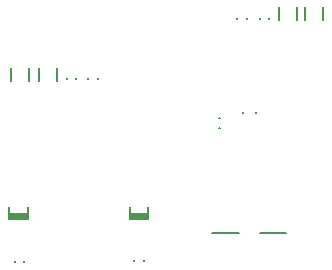
<source format=gbo>
G04*
G04 #@! TF.GenerationSoftware,Altium Limited,Altium Designer,20.1.11 (218)*
G04*
G04 Layer_Color=32896*
%FSLAX25Y25*%
%MOIN*%
G70*
G04*
G04 #@! TF.SameCoordinates,BE0D8867-63C8-4494-B9D0-45761BAC08B1*
G04*
G04*
G04 #@! TF.FilePolarity,Positive*
G04*
G01*
G75*
%ADD12C,0.00787*%
%ADD44R,0.06299X0.02362*%
D12*
X310371Y391754D02*
X310765D01*
X310371Y388604D02*
X310765D01*
X322789Y393328D02*
Y393722D01*
X318459Y393328D02*
Y393722D01*
X308147Y353583D02*
X317005D01*
X324092D02*
X332950D01*
X339184Y424409D02*
Y428740D01*
X345090Y424409D02*
Y428740D01*
X330506Y424409D02*
Y428740D01*
X336411Y424409D02*
Y428740D01*
X323993Y424803D02*
Y425197D01*
X327143Y424803D02*
Y425197D01*
X316610Y424803D02*
Y425197D01*
X319760Y424803D02*
Y425197D01*
X241142Y404134D02*
Y408465D01*
X247047Y404134D02*
Y408465D01*
X250518Y404134D02*
Y408465D01*
X256423Y404134D02*
Y408465D01*
X259786Y404724D02*
Y405118D01*
X262936Y404724D02*
Y405118D01*
X266890Y404724D02*
Y405118D01*
X270039Y404724D02*
Y405118D01*
X280669Y358071D02*
X286968D01*
X280669D02*
Y362008D01*
X286968Y358071D02*
Y362008D01*
X240512Y358071D02*
X246811D01*
X240512D02*
Y362008D01*
X246811Y358071D02*
Y362008D01*
X285394Y344094D02*
Y344488D01*
X282244Y344094D02*
Y344488D01*
X245630Y343701D02*
Y344094D01*
X242480Y343701D02*
Y344094D01*
D44*
X283819Y359252D02*
D03*
X243661Y359252D02*
D03*
M02*

</source>
